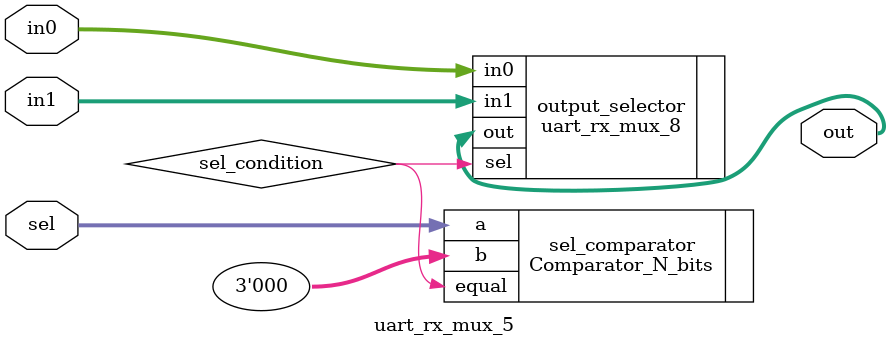
<source format=sv>
module uart_rx_mux_5(
  input  logic [2:0] sel,
  input  logic [15:0] in0,
  input  logic [15:0] in1,
  output logic [15:0] out
);
  logic sel_condition;

  // Comparar sel con 3'b000
  Comparator_N_bits #(3) sel_comparator (
    .a(sel),
    .b(3'b000),
    .equal(sel_condition)
  );

  // Usar un multiplexor 2:1 para seleccionar entre in1 e in0
  uart_rx_mux_8 #(16) output_selector (
    .sel(sel_condition),
    .in0(in0),
    .in1(in1),
    .out(out)
  );

endmodule
</source>
